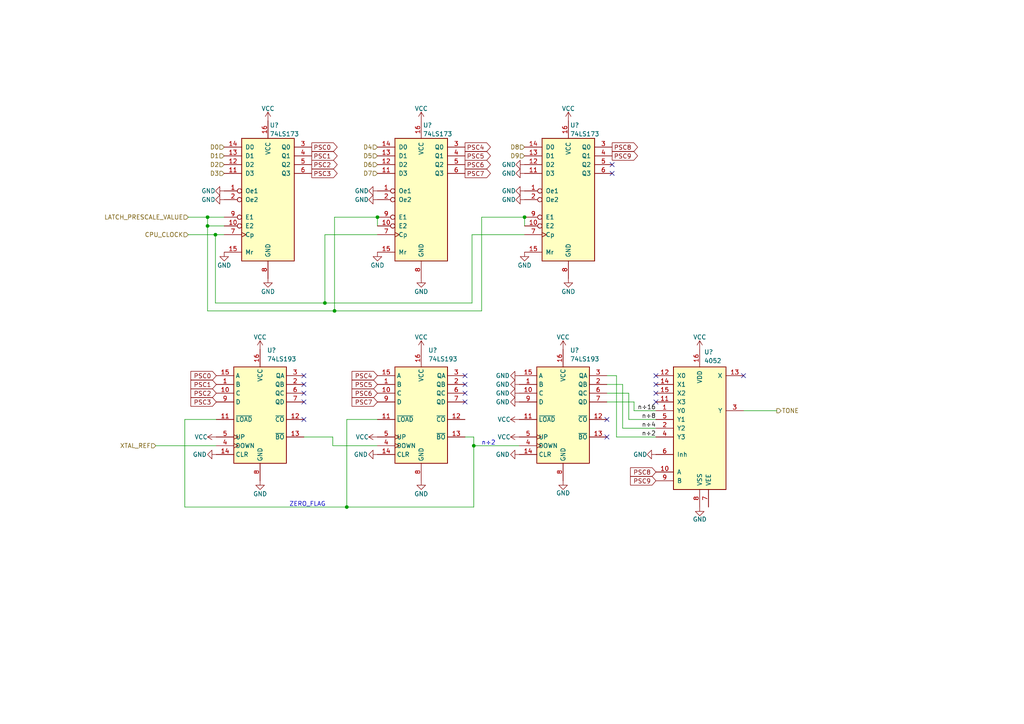
<source format=kicad_sch>
(kicad_sch (version 20211123) (generator eeschema)
  (paper "A4")
  (lib_symbols
    (symbol "4xxx:4052" (pin_names (offset 1.016))
      (property "Reference" "U" (at -7.62 19.05 0))
      (property "Value" "4052" (at -7.62 -19.05 0))
      (symbol "4052_1_0"
        (pin passive line (at -12.7 5.08 0) (length 5.08) (name "Y0") (number "1"))
        (pin input line (at -12.7 -12.7 0) (length 5.08) (name "A") (number "10"))
        (pin passive line (at -12.7 7.62 0) (length 5.08) (name "X3") (number "11"))
        (pin passive line (at -12.7 15.24 0) (length 5.08) (name "X0") (number "12"))
        (pin passive line (at 12.7 15.24 180) (length 5.08) (name "X") (number "13"))
        (pin passive line (at -12.7 12.7 0) (length 5.08) (name "X1") (number "14"))
        (pin passive line (at -12.7 10.16 0) (length 5.08) (name "X2") (number "15"))
        (pin power_in line (at 0 22.86 270) (length 5.08) (name "VDD") (number "16"))
        (pin passive line (at -12.7 0 0) (length 5.08) (name "Y2") (number "2"))
        (pin passive line (at 12.7 5.08 180) (length 5.08) (name "Y") (number "3"))
        (pin passive line (at -12.7 -2.54 0) (length 5.08) (name "Y3") (number "4"))
        (pin passive line (at -12.7 2.54 0) (length 5.08) (name "Y1") (number "5"))
        (pin input line (at -12.7 -7.62 0) (length 5.08) (name "Inh") (number "6"))
        (pin power_in line (at 2.54 -22.86 90) (length 5.08) (name "VEE") (number "7"))
        (pin power_in line (at 0 -22.86 90) (length 5.08) (name "VSS") (number "8"))
        (pin input line (at -12.7 -15.24 0) (length 5.08) (name "B") (number "9"))
      )
      (symbol "4052_1_1"
        (rectangle (start -7.62 17.78) (end 7.62 -17.78) (stroke (width 0.254)) (fill (type background)))
      )
    )
    (symbol "74xx:74LS173" (pin_names (offset 1.016))
      (property "Reference" "U" (at -7.62 19.05 0))
      (property "Value" "74LS173" (at -7.62 -19.05 0))
      (symbol "74LS173_1_0"
        (pin input inverted (at -12.7 2.54 0) (length 5.08) (name "Oe1") (number "1"))
        (pin input inverted (at -12.7 -7.62 0) (length 5.08) (name "E2") (number "10"))
        (pin input line (at -12.7 7.62 0) (length 5.08) (name "D3") (number "11"))
        (pin input line (at -12.7 10.16 0) (length 5.08) (name "D2") (number "12"))
        (pin input line (at -12.7 12.7 0) (length 5.08) (name "D1") (number "13"))
        (pin input line (at -12.7 15.24 0) (length 5.08) (name "D0") (number "14"))
        (pin input line (at -12.7 -15.24 0) (length 5.08) (name "Mr") (number "15"))
        (pin power_in line (at 0 22.86 270) (length 5.08) (name "VCC") (number "16"))
        (pin input inverted (at -12.7 0 0) (length 5.08) (name "Oe2") (number "2"))
        (pin tri_state line (at 12.7 15.24 180) (length 5.08) (name "Q0") (number "3"))
        (pin tri_state line (at 12.7 12.7 180) (length 5.08) (name "Q1") (number "4"))
        (pin tri_state line (at 12.7 10.16 180) (length 5.08) (name "Q2") (number "5"))
        (pin tri_state line (at 12.7 7.62 180) (length 5.08) (name "Q3") (number "6"))
        (pin input clock (at -12.7 -10.16 0) (length 5.08) (name "Cp") (number "7"))
        (pin power_in line (at 0 -22.86 90) (length 5.08) (name "GND") (number "8"))
        (pin input inverted (at -12.7 -5.08 0) (length 5.08) (name "E1") (number "9"))
      )
      (symbol "74LS173_1_1"
        (rectangle (start -7.62 17.78) (end 7.62 -17.78) (stroke (width 0.254)) (fill (type background)))
      )
    )
    (symbol "74xx:74LS193"
      (property "Reference" "U" (at -7.62 13.97 0))
      (property "Value" "74LS193" (at 5.08 13.97 0))
      (symbol "74LS193_1_0"
        (pin input line (at -12.7 7.62 0) (length 5.08) (name "B") (number "1"))
        (pin input line (at -12.7 5.08 0) (length 5.08) (name "C") (number "10"))
        (pin input line (at -12.7 -2.54 0) (length 5.08) (name "~{LOAD}") (number "11"))
        (pin output line (at 12.7 -2.54 180) (length 5.08) (name "~{CO}") (number "12"))
        (pin output line (at 12.7 -7.62 180) (length 5.08) (name "~{BO}") (number "13"))
        (pin input line (at -12.7 -12.7 0) (length 5.08) (name "CLR") (number "14"))
        (pin input line (at -12.7 10.16 0) (length 5.08) (name "A") (number "15"))
        (pin power_in line (at 0 17.78 270) (length 5.08) (name "VCC") (number "16"))
        (pin output line (at 12.7 7.62 180) (length 5.08) (name "QB") (number "2"))
        (pin output line (at 12.7 10.16 180) (length 5.08) (name "QA") (number "3"))
        (pin input clock (at -12.7 -10.16 0) (length 5.08) (name "DOWN") (number "4"))
        (pin input clock (at -12.7 -7.62 0) (length 5.08) (name "UP") (number "5"))
        (pin output line (at 12.7 5.08 180) (length 5.08) (name "QC") (number "6"))
        (pin output line (at 12.7 2.54 180) (length 5.08) (name "QD") (number "7"))
        (pin power_in line (at 0 -20.32 90) (length 5.08) (name "GND") (number "8"))
        (pin input line (at -12.7 2.54 0) (length 5.08) (name "D") (number "9"))
      )
      (symbol "74LS193_1_1"
        (rectangle (start -7.62 12.7) (end 7.62 -15.24) (stroke (width 0.254)) (fill (type background)))
      )
    )
    (symbol "power:GND" (power) (pin_names (offset 0))
      (property "Value" "GND" (at 0 -3.81 0))
      (symbol "GND_0_1"
        (polyline (pts (xy 0 0) (xy 0 -1.27) (xy 1.27 -1.27) (xy 0 -2.54) (xy -1.27 -1.27) (xy 0 -1.27)))
      )
      (symbol "GND_1_1"
        (pin power_in line (at 0 0 270) (length 0) hide (name "GND") (number "1"))
      )
    )
    (symbol "power:VCC" (power) (pin_names (offset 0))
      (property "Value" "VCC" (at 0 3.81 0))
      (symbol "VCC_0_1"
        (polyline (pts (xy -0.762 1.27) (xy 0 2.54)))
        (polyline (pts (xy 0 0) (xy 0 2.54)))
        (polyline (pts (xy 0 2.54) (xy 0.762 1.27)))
      )
      (symbol "VCC_1_1"
        (pin power_in line (at 0 0 90) (length 0) hide (name "VCC") (number "1"))
      )
    )
  )
  (junction (at 100.584 147.066))
  (junction (at 60.198 65.532))
  (junction (at 94.234 87.884))
  (junction (at 109.474 62.992))
  (junction (at 152.146 62.992))
  (junction (at 137.414 129.286))
  (junction (at 97.028 90.17))
  (junction (at 60.198 62.992))
  (junction (at 62.484 68.072))
  (no_connect (at 190.246 116.586))
  (no_connect (at 190.246 114.046))
  (no_connect (at 190.246 111.506))
  (no_connect (at 190.246 108.966))
  (no_connect (at 177.546 47.752))
  (no_connect (at 177.546 50.292))
  (no_connect (at 134.874 111.506))
  (no_connect (at 134.874 108.966))
  (no_connect (at 88.138 114.046))
  (no_connect (at 88.138 116.586))
  (no_connect (at 134.874 114.046))
  (no_connect (at 134.874 116.586))
  (no_connect (at 88.138 121.666))
  (no_connect (at 88.138 111.506))
  (no_connect (at 215.646 108.966))
  (no_connect (at 88.138 108.966))
  (no_connect (at 176.022 126.746))
  (no_connect (at 176.022 121.666))
  (wire (pts (xy 88.138 126.746) (xy 96.52 126.746)))
  (wire (pts (xy 45.212 129.286) (xy 62.738 129.286)))
  (wire (pts (xy 94.234 68.072) (xy 94.234 87.884)))
  (wire (pts (xy 109.474 62.992) (xy 109.474 65.532)))
  (wire (pts (xy 137.414 147.066) (xy 100.584 147.066)))
  (wire (pts (xy 180.594 124.206) (xy 180.594 111.506)))
  (wire (pts (xy 109.474 68.072) (xy 94.234 68.072)))
  (wire (pts (xy 109.474 62.992) (xy 97.028 62.992)))
  (wire (pts (xy 53.594 147.066) (xy 100.584 147.066)))
  (wire (pts (xy 137.414 129.286) (xy 150.622 129.286)))
  (wire (pts (xy 225.298 119.126) (xy 215.646 119.126)))
  (wire (pts (xy 180.594 111.506) (xy 176.022 111.506)))
  (wire (pts (xy 183.896 119.126) (xy 190.246 119.126)))
  (wire (pts (xy 136.906 87.884) (xy 136.906 68.072)))
  (wire (pts (xy 152.146 62.992) (xy 152.146 65.532)))
  (wire (pts (xy 176.022 108.966) (xy 178.816 108.966)))
  (wire (pts (xy 137.414 126.746) (xy 137.414 129.286)))
  (wire (pts (xy 54.61 62.992) (xy 60.198 62.992)))
  (wire (pts (xy 152.146 62.992) (xy 139.7 62.992)))
  (wire (pts (xy 178.816 126.746) (xy 190.246 126.746)))
  (wire (pts (xy 94.234 87.884) (xy 136.906 87.884)))
  (wire (pts (xy 60.198 90.17) (xy 97.028 90.17)))
  (wire (pts (xy 182.372 121.666) (xy 182.372 114.046)))
  (wire (pts (xy 176.022 116.586) (xy 183.896 116.586)))
  (wire (pts (xy 97.028 62.992) (xy 97.028 90.17)))
  (wire (pts (xy 60.198 90.17) (xy 60.198 65.532)))
  (wire (pts (xy 96.52 129.286) (xy 109.474 129.286)))
  (wire (pts (xy 182.372 114.046) (xy 176.022 114.046)))
  (wire (pts (xy 62.484 87.884) (xy 62.484 68.072)))
  (wire (pts (xy 100.584 147.066) (xy 100.584 121.666)))
  (wire (pts (xy 94.234 87.884) (xy 62.484 87.884)))
  (wire (pts (xy 97.028 90.17) (xy 139.7 90.17)))
  (wire (pts (xy 60.198 65.532) (xy 65.024 65.532)))
  (wire (pts (xy 53.594 121.666) (xy 53.594 147.066)))
  (wire (pts (xy 190.246 121.666) (xy 182.372 121.666)))
  (wire (pts (xy 100.584 121.666) (xy 109.474 121.666)))
  (wire (pts (xy 54.61 68.072) (xy 62.484 68.072)))
  (wire (pts (xy 60.198 62.992) (xy 60.198 65.532)))
  (wire (pts (xy 137.414 129.286) (xy 137.414 147.066)))
  (wire (pts (xy 152.146 68.072) (xy 136.906 68.072)))
  (wire (pts (xy 139.7 62.992) (xy 139.7 90.17)))
  (wire (pts (xy 178.816 108.966) (xy 178.816 126.746)))
  (wire (pts (xy 183.896 116.586) (xy 183.896 119.126)))
  (wire (pts (xy 60.198 62.992) (xy 65.024 62.992)))
  (wire (pts (xy 62.484 68.072) (xy 65.024 68.072)))
  (wire (pts (xy 190.246 124.206) (xy 180.594 124.206)))
  (wire (pts (xy 134.874 126.746) (xy 137.414 126.746)))
  (wire (pts (xy 62.738 121.666) (xy 53.594 121.666)))
  (wire (pts (xy 96.52 126.746) (xy 96.52 129.286)))
  (text "ZERO_FLAG" (at 94.488 147.066 180) (effects (font (size 1.27 1.27)) (justify right bottom)))
  (text "n÷2" (at 143.764 129.286 180) (effects (font (size 1.27 1.27)) (justify right bottom)))
  (label "n÷16" (at 190.246 119.126 180))
  (label "n÷8" (at 190.246 121.666 180))
  (label "n÷4" (at 190.246 124.206 180))
  (label "n÷2" (at 190.246 126.746 180))
  (global_label "PSC8" (shape input) (at 190.246 136.906 180) (property "Intersheet References" "${INTERSHEET_REFS}" (effects hide)))
  (global_label "PSC5" (shape input) (at 109.474 111.506 180) (property "Intersheet References" "${INTERSHEET_REFS}" (effects hide)))
  (global_label "PSC7" (shape input) (at 109.474 116.586 180) (property "Intersheet References" "${INTERSHEET_REFS}" (effects hide)))
  (global_label "PSC4" (shape output) (at 134.874 42.672 0) (property "Intersheet References" "${INTERSHEET_REFS}" (effects hide)))
  (global_label "PSC3" (shape input) (at 62.738 116.586 180) (property "Intersheet References" "${INTERSHEET_REFS}" (effects hide)))
  (global_label "PSC0" (shape input) (at 62.738 108.966 180) (property "Intersheet References" "${INTERSHEET_REFS}" (effects hide)))
  (global_label "PSC4" (shape input) (at 109.474 108.966 180) (property "Intersheet References" "${INTERSHEET_REFS}" (effects hide)))
  (global_label "PSC1" (shape output) (at 90.424 45.212 0) (property "Intersheet References" "${INTERSHEET_REFS}" (effects hide)))
  (global_label "PSC0" (shape output) (at 90.424 42.672 0) (property "Intersheet References" "${INTERSHEET_REFS}" (effects hide)))
  (global_label "PSC2" (shape input) (at 62.738 114.046 180) (property "Intersheet References" "${INTERSHEET_REFS}" (effects hide)))
  (global_label "PSC6" (shape output) (at 134.874 47.752 0) (property "Intersheet References" "${INTERSHEET_REFS}" (effects hide)))
  (global_label "PSC2" (shape output) (at 90.424 47.752 0) (property "Intersheet References" "${INTERSHEET_REFS}" (effects hide)))
  (global_label "PSC7" (shape output) (at 134.874 50.292 0) (property "Intersheet References" "${INTERSHEET_REFS}" (effects hide)))
  (global_label "PSC8" (shape output) (at 177.546 42.672 0) (property "Intersheet References" "${INTERSHEET_REFS}" (effects hide)))
  (global_label "PSC5" (shape output) (at 134.874 45.212 0) (property "Intersheet References" "${INTERSHEET_REFS}" (effects hide)))
  (global_label "PSC9" (shape output) (at 177.546 45.212 0) (property "Intersheet References" "${INTERSHEET_REFS}" (effects hide)))
  (global_label "PSC6" (shape input) (at 109.474 114.046 180) (property "Intersheet References" "${INTERSHEET_REFS}" (effects hide)))
  (global_label "PSC3" (shape output) (at 90.424 50.292 0) (property "Intersheet References" "${INTERSHEET_REFS}" (effects hide)))
  (global_label "PSC1" (shape input) (at 62.738 111.506 180) (property "Intersheet References" "${INTERSHEET_REFS}" (effects hide)))
  (global_label "PSC9" (shape input) (at 190.246 139.446 180) (property "Intersheet References" "${INTERSHEET_REFS}" (effects hide)))
  (hierarchical_label "D5" (shape input) (at 109.474 45.212 180))
  (hierarchical_label "D2" (shape input) (at 65.024 47.752 180))
  (hierarchical_label "D3" (shape input) (at 65.024 50.292 180))
  (hierarchical_label "D9" (shape input) (at 152.146 45.212 180))
  (hierarchical_label "D6" (shape input) (at 109.474 47.752 180))
  (hierarchical_label "TONE" (shape output) (at 225.298 119.126 0))
  (hierarchical_label "D0" (shape input) (at 65.024 42.672 180))
  (hierarchical_label "LATCH_PRESCALE_VALUE" (shape input) (at 54.61 62.992 180))
  (hierarchical_label "D4" (shape input) (at 109.474 42.672 180))
  (hierarchical_label "D8" (shape input) (at 152.146 42.672 180))
  (hierarchical_label "XTAL_REF" (shape input) (at 45.212 129.286 180))
  (hierarchical_label "D7" (shape input) (at 109.474 50.292 180))
  (hierarchical_label "CPU_CLOCK" (shape input) (at 54.61 68.072 180))
  (hierarchical_label "D1" (shape input) (at 65.024 45.212 180))
  (symbol (lib_id "power:GND") (at 109.474 73.152 0) (unit 1)
    (property "Reference" "#PWR?" (effects hide))
    (property "Value" "GND" (at 109.474 76.962 0))
  )
  (symbol (lib_id "power:GND") (at 77.724 80.772 0) (unit 1)
    (property "Reference" "#PWR?" (effects hide))
    (property "Value" "GND" (at 77.724 84.582 0))
  )
  (symbol (lib_id "power:GND") (at 109.474 131.826 270) (unit 1)
    (property "Reference" "#PWR?" (effects hide))
    (property "Value" "GND" (at 102.616 131.826 90) (effects (justify left)))
  )
  (symbol (lib_id "74xx:74LS173") (at 164.846 57.912 0) (unit 1)
    (property "Reference" "U?" (at 165.354 36.322 0) (effects (justify left)))
    (property "Value" "74LS173" (at 165.354 38.862 0) (effects (justify left)))
    (property "Datasheet" "http://www.ti.com/lit/gpn/sn74LS173" (effects hide))
  )
  (symbol (lib_id "power:GND") (at 164.846 80.772 0) (unit 1)
    (property "Reference" "#PWR?" (effects hide))
    (property "Value" "GND" (at 164.846 84.582 0))
  )
  (symbol (lib_id "power:GND") (at 122.174 139.446 0) (unit 1)
    (property "Reference" "#PWR?" (effects hide))
    (property "Value" "GND" (at 122.174 143.256 0))
  )
  (symbol (lib_id "power:VCC") (at 77.724 35.052 0) (unit 1)
    (property "Reference" "#PWR?" (effects hide))
    (property "Value" "VCC" (at 77.724 31.496 0))
  )
  (symbol (lib_id "power:VCC") (at 202.946 101.346 0) (unit 1)
    (property "Reference" "#PWR?" (effects hide))
    (property "Value" "VCC" (at 202.946 97.79 0))
  )
  (symbol (lib_id "power:VCC") (at 163.322 101.346 0) (unit 1)
    (property "Reference" "#PWR?" (effects hide))
    (property "Value" "VCC" (at 163.322 97.79 0))
  )
  (symbol (lib_id "power:GND") (at 150.622 131.826 270) (unit 1)
    (property "Reference" "#PWR?" (effects hide))
    (property "Value" "GND" (at 143.764 131.826 90) (effects (justify left)))
  )
  (symbol (lib_id "74xx:74LS193") (at 122.174 119.126 0) (unit 1)
    (property "Reference" "U?" (at 124.1934 101.6 0) (effects (justify left)))
    (property "Value" "74LS193" (at 124.1934 104.14 0) (effects (justify left)))
    (property "Datasheet" "http://www.ti.com/lit/ds/symlink/sn74ls193.pdf" (effects hide))
  )
  (symbol (lib_id "power:GND") (at 65.024 73.152 0) (unit 1)
    (property "Reference" "#PWR?" (effects hide))
    (property "Value" "GND" (at 65.024 76.962 0))
  )
  (symbol (lib_id "power:GND") (at 109.474 55.372 270) (unit 1)
    (property "Reference" "#PWR?" (effects hide))
    (property "Value" "GND" (at 104.902 55.372 90))
  )
  (symbol (lib_id "power:GND") (at 190.246 131.826 270) (unit 1)
    (property "Reference" "#PWR?" (effects hide))
    (property "Value" "GND" (at 183.642 131.826 90) (effects (justify left)))
  )
  (symbol (lib_id "power:GND") (at 152.146 57.912 270) (unit 1)
    (property "Reference" "#PWR?" (effects hide))
    (property "Value" "GND" (at 147.574 57.912 90))
  )
  (symbol (lib_id "power:GND") (at 75.438 139.446 0) (unit 1)
    (property "Reference" "#PWR?" (effects hide))
    (property "Value" "GND" (at 75.438 143.256 0))
  )
  (symbol (lib_id "power:GND") (at 152.146 47.752 270) (unit 1)
    (property "Reference" "#PWR?" (effects hide))
    (property "Value" "GND" (at 147.574 47.752 90))
  )
  (symbol (lib_id "power:GND") (at 122.174 80.772 0) (unit 1)
    (property "Reference" "#PWR?" (effects hide))
    (property "Value" "GND" (at 122.174 84.582 0))
  )
  (symbol (lib_id "74xx:74LS193") (at 163.322 119.126 0) (unit 1)
    (property "Reference" "U?" (at 165.3414 101.6 0) (effects (justify left)))
    (property "Value" "74LS193" (at 165.3414 104.14 0) (effects (justify left)))
    (property "Datasheet" "http://www.ti.com/lit/ds/symlink/sn74ls193.pdf" (effects hide))
  )
  (symbol (lib_id "power:GND") (at 152.146 50.292 270) (unit 1)
    (property "Reference" "#PWR?" (effects hide))
    (property "Value" "GND" (at 147.574 50.292 90))
  )
  (symbol (lib_id "power:GND") (at 109.474 57.912 270) (unit 1)
    (property "Reference" "#PWR?" (effects hide))
    (property "Value" "GND" (at 104.902 57.912 90))
  )
  (symbol (lib_id "power:GND") (at 65.024 57.912 270) (unit 1)
    (property "Reference" "#PWR?" (effects hide))
    (property "Value" "GND" (at 60.452 57.912 90))
  )
  (symbol (lib_id "power:GND") (at 150.622 114.046 270) (unit 1)
    (property "Reference" "#PWR?" (effects hide))
    (property "Value" "GND" (at 143.764 114.046 90) (effects (justify left)))
  )
  (symbol (lib_id "power:VCC") (at 150.622 121.666 90) (unit 1)
    (property "Reference" "#PWR?" (effects hide))
    (property "Value" "VCC" (at 144.272 121.666 90) (effects (justify right)))
  )
  (symbol (lib_id "74xx:74LS173") (at 122.174 57.912 0) (unit 1)
    (property "Reference" "U?" (at 122.682 36.322 0) (effects (justify left)))
    (property "Value" "74LS173" (at 122.682 38.862 0) (effects (justify left)))
    (property "Datasheet" "http://www.ti.com/lit/gpn/sn74LS173" (effects hide))
  )
  (symbol (lib_id "power:GND") (at 150.622 108.966 270) (unit 1)
    (property "Reference" "#PWR?" (effects hide))
    (property "Value" "GND" (at 143.764 108.966 90) (effects (justify left)))
  )
  (symbol (lib_id "power:VCC") (at 62.738 126.746 90) (unit 1)
    (property "Reference" "#PWR?" (effects hide))
    (property "Value" "VCC" (at 56.388 126.746 90) (effects (justify right)))
  )
  (symbol (lib_id "power:VCC") (at 122.174 35.052 0) (unit 1)
    (property "Reference" "#PWR?" (effects hide))
    (property "Value" "VCC" (at 122.174 31.496 0))
  )
  (symbol (lib_id "power:GND") (at 163.322 139.446 0) (unit 1)
    (property "Reference" "#PWR?" (effects hide))
    (property "Value" "GND" (at 163.322 143.002 0))
  )
  (symbol (lib_id "74xx:74LS173") (at 77.724 57.912 0) (unit 1)
    (property "Reference" "U?" (at 78.232 36.322 0) (effects (justify left)))
    (property "Value" "74LS173" (at 78.232 38.862 0) (effects (justify left)))
    (property "Datasheet" "http://www.ti.com/lit/gpn/sn74LS173" (effects hide))
  )
  (symbol (lib_id "power:VCC") (at 150.622 126.746 90) (unit 1)
    (property "Reference" "#PWR?" (effects hide))
    (property "Value" "VCC" (at 144.272 126.746 90) (effects (justify right)))
  )
  (symbol (lib_id "power:GND") (at 150.622 111.506 270) (unit 1)
    (property "Reference" "#PWR?" (effects hide))
    (property "Value" "GND" (at 143.764 111.506 90) (effects (justify left)))
  )
  (symbol (lib_id "power:GND") (at 62.738 131.826 270) (unit 1)
    (property "Reference" "#PWR?" (effects hide))
    (property "Value" "GND" (at 55.88 131.826 90) (effects (justify left)))
  )
  (symbol (lib_id "power:VCC") (at 122.174 101.346 0) (unit 1)
    (property "Reference" "#PWR?" (effects hide))
    (property "Value" "VCC" (at 122.174 97.79 0))
  )
  (symbol (lib_id "74xx:74LS193") (at 75.438 119.126 0) (unit 1)
    (property "Reference" "U?" (at 77.4574 101.6 0) (effects (justify left)))
    (property "Value" "74LS193" (at 77.4574 104.14 0) (effects (justify left)))
    (property "Datasheet" "http://www.ti.com/lit/ds/symlink/sn74ls193.pdf" (effects hide))
  )
  (symbol (lib_id "power:GND") (at 152.146 73.152 0) (unit 1)
    (property "Reference" "#PWR?" (effects hide))
    (property "Value" "GND" (at 152.146 76.962 0))
  )
  (symbol (lib_id "power:GND") (at 152.146 55.372 270) (unit 1)
    (property "Reference" "#PWR?" (effects hide))
    (property "Value" "GND" (at 147.574 55.372 90))
  )
  (symbol (lib_id "4xxx:4052") (at 202.946 124.206 0) (unit 1)
    (property "Reference" "U?" (at 204.216 102.108 0) (effects (justify left)))
    (property "Value" "4052" (at 204.216 104.648 0) (effects (justify left)))
    (property "Datasheet" "http://www.intersil.com/content/dam/Intersil/documents/cd40/cd4051bms-52bms-53bms.pdf" (effects hide))
  )
  (symbol (lib_id "power:GND") (at 202.946 147.066 0) (unit 1)
    (property "Reference" "#PWR?" (effects hide))
    (property "Value" "GND" (at 202.946 150.622 0))
  )
  (symbol (lib_id "power:GND") (at 150.622 116.586 270) (unit 1)
    (property "Reference" "#PWR?" (effects hide))
    (property "Value" "GND" (at 143.764 116.586 90) (effects (justify left)))
  )
  (symbol (lib_id "power:VCC") (at 109.474 126.746 90) (unit 1)
    (property "Reference" "#PWR?" (effects hide))
    (property "Value" "VCC" (at 103.124 126.746 90) (effects (justify right)))
  )
  (symbol (lib_id "power:VCC") (at 164.846 35.052 0) (unit 1)
    (property "Reference" "#PWR?" (effects hide))
    (property "Value" "VCC" (at 164.846 31.496 0))
  )
  (symbol (lib_id "power:VCC") (at 75.438 101.346 0) (unit 1)
    (property "Reference" "#PWR?" (effects hide))
    (property "Value" "VCC" (at 75.438 97.79 0))
  )
  (symbol (lib_id "power:GND") (at 65.024 55.372 270) (unit 1)
    (property "Reference" "#PWR?" (effects hide))
    (property "Value" "GND" (at 60.452 55.372 90))
  )
)
</source>
